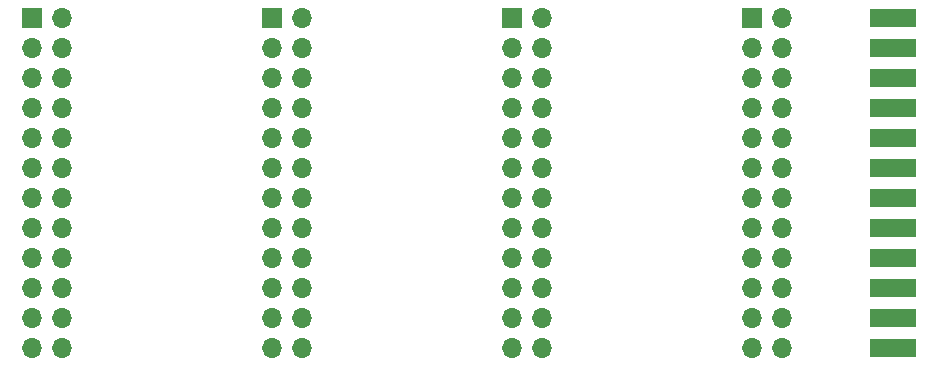
<source format=gbs>
%TF.GenerationSoftware,KiCad,Pcbnew,9.0.0-9.0.0-2~ubuntu24.04.1*%
%TF.CreationDate,2025-03-07T10:49:14+01:00*%
%TF.ProjectId,BackPlane,4261636b-506c-4616-9e65-2e6b69636164,rev?*%
%TF.SameCoordinates,Original*%
%TF.FileFunction,Soldermask,Bot*%
%TF.FilePolarity,Negative*%
%FSLAX46Y46*%
G04 Gerber Fmt 4.6, Leading zero omitted, Abs format (unit mm)*
G04 Created by KiCad (PCBNEW 9.0.0-9.0.0-2~ubuntu24.04.1) date 2025-03-07 10:49:14*
%MOMM*%
%LPD*%
G01*
G04 APERTURE LIST*
%ADD10R,4.000000X1.500000*%
%ADD11R,1.700000X1.700000*%
%ADD12O,1.700000X1.700000*%
G04 APERTURE END LIST*
D10*
X136390000Y-55880000D03*
X136390000Y-58420000D03*
X136390000Y-60960000D03*
X136390000Y-63500000D03*
X136390000Y-66040000D03*
X136390000Y-68580000D03*
X136390000Y-71120000D03*
X136390000Y-73660000D03*
X136390000Y-76200000D03*
X136390000Y-78740000D03*
X136390000Y-81280000D03*
X136390000Y-83820000D03*
D11*
X124460000Y-55880000D03*
D12*
X127000000Y-55880000D03*
X124460000Y-58420000D03*
X127000000Y-58420000D03*
X124460000Y-60960000D03*
X127000000Y-60960000D03*
X124460000Y-63500000D03*
X127000000Y-63500000D03*
X124460000Y-66040000D03*
X127000000Y-66040000D03*
X124460000Y-68580000D03*
X127000000Y-68580000D03*
X124460000Y-71120000D03*
X127000000Y-71120000D03*
X124460000Y-73660000D03*
X127000000Y-73660000D03*
X124460000Y-76200000D03*
X127000000Y-76200000D03*
X124460000Y-78740000D03*
X127000000Y-78740000D03*
X124460000Y-81280000D03*
X127000000Y-81280000D03*
X124460000Y-83820000D03*
X127000000Y-83820000D03*
D11*
X63500000Y-55880000D03*
D12*
X66040000Y-55880000D03*
X63500000Y-58420000D03*
X66040000Y-58420000D03*
X63500000Y-60960000D03*
X66040000Y-60960000D03*
X63500000Y-63500000D03*
X66040000Y-63500000D03*
X63500000Y-66040000D03*
X66040000Y-66040000D03*
X63500000Y-68580000D03*
X66040000Y-68580000D03*
X63500000Y-71120000D03*
X66040000Y-71120000D03*
X63500000Y-73660000D03*
X66040000Y-73660000D03*
X63500000Y-76200000D03*
X66040000Y-76200000D03*
X63500000Y-78740000D03*
X66040000Y-78740000D03*
X63500000Y-81280000D03*
X66040000Y-81280000D03*
X63500000Y-83820000D03*
X66040000Y-83820000D03*
D11*
X104140000Y-55880000D03*
D12*
X106680000Y-55880000D03*
X104140000Y-58420000D03*
X106680000Y-58420000D03*
X104140000Y-60960000D03*
X106680000Y-60960000D03*
X104140000Y-63500000D03*
X106680000Y-63500000D03*
X104140000Y-66040000D03*
X106680000Y-66040000D03*
X104140000Y-68580000D03*
X106680000Y-68580000D03*
X104140000Y-71120000D03*
X106680000Y-71120000D03*
X104140000Y-73660000D03*
X106680000Y-73660000D03*
X104140000Y-76200000D03*
X106680000Y-76200000D03*
X104140000Y-78740000D03*
X106680000Y-78740000D03*
X104140000Y-81280000D03*
X106680000Y-81280000D03*
X104140000Y-83820000D03*
X106680000Y-83820000D03*
D11*
X83820000Y-55880000D03*
D12*
X86360000Y-55880000D03*
X83820000Y-58420000D03*
X86360000Y-58420000D03*
X83820000Y-60960000D03*
X86360000Y-60960000D03*
X83820000Y-63500000D03*
X86360000Y-63500000D03*
X83820000Y-66040000D03*
X86360000Y-66040000D03*
X83820000Y-68580000D03*
X86360000Y-68580000D03*
X83820000Y-71120000D03*
X86360000Y-71120000D03*
X83820000Y-73660000D03*
X86360000Y-73660000D03*
X83820000Y-76200000D03*
X86360000Y-76200000D03*
X83820000Y-78740000D03*
X86360000Y-78740000D03*
X83820000Y-81280000D03*
X86360000Y-81280000D03*
X83820000Y-83820000D03*
X86360000Y-83820000D03*
M02*

</source>
